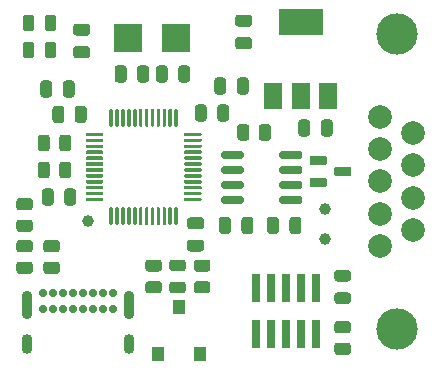
<source format=gts>
%TF.GenerationSoftware,KiCad,Pcbnew,(5.1.9)-1*%
%TF.CreationDate,2021-02-06T23:27:04-06:00*%
%TF.ProjectId,USB2CAN,55534232-4341-44e2-9e6b-696361645f70,rev?*%
%TF.SameCoordinates,Original*%
%TF.FileFunction,Soldermask,Top*%
%TF.FilePolarity,Negative*%
%FSLAX46Y46*%
G04 Gerber Fmt 4.6, Leading zero omitted, Abs format (unit mm)*
G04 Created by KiCad (PCBNEW (5.1.9)-1) date 2021-02-06 23:27:04*
%MOMM*%
%LPD*%
G01*
G04 APERTURE LIST*
%ADD10C,1.000000*%
%ADD11R,2.400000X2.400000*%
%ADD12R,0.740000X2.400000*%
%ADD13R,3.800000X2.200000*%
%ADD14R,1.500000X2.200000*%
%ADD15R,1.000000X1.300000*%
%ADD16C,3.500000*%
%ADD17C,2.000000*%
%ADD18O,0.900000X1.700000*%
%ADD19O,0.900000X2.400000*%
%ADD20C,0.700000*%
G04 APERTURE END LIST*
D10*
X155448000Y-105156000D03*
X155448000Y-107696000D03*
X135382000Y-106172000D03*
G36*
G01*
X156521999Y-114653000D02*
X157422001Y-114653000D01*
G75*
G02*
X157672000Y-114902999I0J-249999D01*
G01*
X157672000Y-115428001D01*
G75*
G02*
X157422001Y-115678000I-249999J0D01*
G01*
X156521999Y-115678000D01*
G75*
G02*
X156272000Y-115428001I0J249999D01*
G01*
X156272000Y-114902999D01*
G75*
G02*
X156521999Y-114653000I249999J0D01*
G01*
G37*
G36*
G01*
X156521999Y-116478000D02*
X157422001Y-116478000D01*
G75*
G02*
X157672000Y-116727999I0J-249999D01*
G01*
X157672000Y-117253001D01*
G75*
G02*
X157422001Y-117503000I-249999J0D01*
G01*
X156521999Y-117503000D01*
G75*
G02*
X156272000Y-117253001I0J249999D01*
G01*
X156272000Y-116727999D01*
G75*
G02*
X156521999Y-116478000I249999J0D01*
G01*
G37*
G36*
G01*
X156515750Y-112210000D02*
X157428250Y-112210000D01*
G75*
G02*
X157672000Y-112453750I0J-243750D01*
G01*
X157672000Y-112941250D01*
G75*
G02*
X157428250Y-113185000I-243750J0D01*
G01*
X156515750Y-113185000D01*
G75*
G02*
X156272000Y-112941250I0J243750D01*
G01*
X156272000Y-112453750D01*
G75*
G02*
X156515750Y-112210000I243750J0D01*
G01*
G37*
G36*
G01*
X156515750Y-110335000D02*
X157428250Y-110335000D01*
G75*
G02*
X157672000Y-110578750I0J-243750D01*
G01*
X157672000Y-111066250D01*
G75*
G02*
X157428250Y-111310000I-243750J0D01*
G01*
X156515750Y-111310000D01*
G75*
G02*
X156272000Y-111066250I0J243750D01*
G01*
X156272000Y-110578750D01*
G75*
G02*
X156515750Y-110335000I243750J0D01*
G01*
G37*
D11*
X138793000Y-90678000D03*
X142893000Y-90678000D03*
D12*
X154686000Y-111842000D03*
X154686000Y-115742000D03*
X153416000Y-111842000D03*
X153416000Y-115742000D03*
X152146000Y-111842000D03*
X152146000Y-115742000D03*
X150876000Y-111842000D03*
X150876000Y-115742000D03*
X149606000Y-111842000D03*
X149606000Y-115742000D03*
G36*
G01*
X143631800Y-98700000D02*
X144956800Y-98700000D01*
G75*
G02*
X145031800Y-98775000I0J-75000D01*
G01*
X145031800Y-98925000D01*
G75*
G02*
X144956800Y-99000000I-75000J0D01*
G01*
X143631800Y-99000000D01*
G75*
G02*
X143556800Y-98925000I0J75000D01*
G01*
X143556800Y-98775000D01*
G75*
G02*
X143631800Y-98700000I75000J0D01*
G01*
G37*
G36*
G01*
X143631800Y-99200000D02*
X144956800Y-99200000D01*
G75*
G02*
X145031800Y-99275000I0J-75000D01*
G01*
X145031800Y-99425000D01*
G75*
G02*
X144956800Y-99500000I-75000J0D01*
G01*
X143631800Y-99500000D01*
G75*
G02*
X143556800Y-99425000I0J75000D01*
G01*
X143556800Y-99275000D01*
G75*
G02*
X143631800Y-99200000I75000J0D01*
G01*
G37*
G36*
G01*
X143631800Y-99700000D02*
X144956800Y-99700000D01*
G75*
G02*
X145031800Y-99775000I0J-75000D01*
G01*
X145031800Y-99925000D01*
G75*
G02*
X144956800Y-100000000I-75000J0D01*
G01*
X143631800Y-100000000D01*
G75*
G02*
X143556800Y-99925000I0J75000D01*
G01*
X143556800Y-99775000D01*
G75*
G02*
X143631800Y-99700000I75000J0D01*
G01*
G37*
G36*
G01*
X143631800Y-100200000D02*
X144956800Y-100200000D01*
G75*
G02*
X145031800Y-100275000I0J-75000D01*
G01*
X145031800Y-100425000D01*
G75*
G02*
X144956800Y-100500000I-75000J0D01*
G01*
X143631800Y-100500000D01*
G75*
G02*
X143556800Y-100425000I0J75000D01*
G01*
X143556800Y-100275000D01*
G75*
G02*
X143631800Y-100200000I75000J0D01*
G01*
G37*
G36*
G01*
X143631800Y-100700000D02*
X144956800Y-100700000D01*
G75*
G02*
X145031800Y-100775000I0J-75000D01*
G01*
X145031800Y-100925000D01*
G75*
G02*
X144956800Y-101000000I-75000J0D01*
G01*
X143631800Y-101000000D01*
G75*
G02*
X143556800Y-100925000I0J75000D01*
G01*
X143556800Y-100775000D01*
G75*
G02*
X143631800Y-100700000I75000J0D01*
G01*
G37*
G36*
G01*
X143631800Y-101200000D02*
X144956800Y-101200000D01*
G75*
G02*
X145031800Y-101275000I0J-75000D01*
G01*
X145031800Y-101425000D01*
G75*
G02*
X144956800Y-101500000I-75000J0D01*
G01*
X143631800Y-101500000D01*
G75*
G02*
X143556800Y-101425000I0J75000D01*
G01*
X143556800Y-101275000D01*
G75*
G02*
X143631800Y-101200000I75000J0D01*
G01*
G37*
G36*
G01*
X143631800Y-101700000D02*
X144956800Y-101700000D01*
G75*
G02*
X145031800Y-101775000I0J-75000D01*
G01*
X145031800Y-101925000D01*
G75*
G02*
X144956800Y-102000000I-75000J0D01*
G01*
X143631800Y-102000000D01*
G75*
G02*
X143556800Y-101925000I0J75000D01*
G01*
X143556800Y-101775000D01*
G75*
G02*
X143631800Y-101700000I75000J0D01*
G01*
G37*
G36*
G01*
X143631800Y-102200000D02*
X144956800Y-102200000D01*
G75*
G02*
X145031800Y-102275000I0J-75000D01*
G01*
X145031800Y-102425000D01*
G75*
G02*
X144956800Y-102500000I-75000J0D01*
G01*
X143631800Y-102500000D01*
G75*
G02*
X143556800Y-102425000I0J75000D01*
G01*
X143556800Y-102275000D01*
G75*
G02*
X143631800Y-102200000I75000J0D01*
G01*
G37*
G36*
G01*
X143631800Y-102700000D02*
X144956800Y-102700000D01*
G75*
G02*
X145031800Y-102775000I0J-75000D01*
G01*
X145031800Y-102925000D01*
G75*
G02*
X144956800Y-103000000I-75000J0D01*
G01*
X143631800Y-103000000D01*
G75*
G02*
X143556800Y-102925000I0J75000D01*
G01*
X143556800Y-102775000D01*
G75*
G02*
X143631800Y-102700000I75000J0D01*
G01*
G37*
G36*
G01*
X143631800Y-103200000D02*
X144956800Y-103200000D01*
G75*
G02*
X145031800Y-103275000I0J-75000D01*
G01*
X145031800Y-103425000D01*
G75*
G02*
X144956800Y-103500000I-75000J0D01*
G01*
X143631800Y-103500000D01*
G75*
G02*
X143556800Y-103425000I0J75000D01*
G01*
X143556800Y-103275000D01*
G75*
G02*
X143631800Y-103200000I75000J0D01*
G01*
G37*
G36*
G01*
X143631800Y-103700000D02*
X144956800Y-103700000D01*
G75*
G02*
X145031800Y-103775000I0J-75000D01*
G01*
X145031800Y-103925000D01*
G75*
G02*
X144956800Y-104000000I-75000J0D01*
G01*
X143631800Y-104000000D01*
G75*
G02*
X143556800Y-103925000I0J75000D01*
G01*
X143556800Y-103775000D01*
G75*
G02*
X143631800Y-103700000I75000J0D01*
G01*
G37*
G36*
G01*
X143631800Y-104200000D02*
X144956800Y-104200000D01*
G75*
G02*
X145031800Y-104275000I0J-75000D01*
G01*
X145031800Y-104425000D01*
G75*
G02*
X144956800Y-104500000I-75000J0D01*
G01*
X143631800Y-104500000D01*
G75*
G02*
X143556800Y-104425000I0J75000D01*
G01*
X143556800Y-104275000D01*
G75*
G02*
X143631800Y-104200000I75000J0D01*
G01*
G37*
G36*
G01*
X142806800Y-105025000D02*
X142956800Y-105025000D01*
G75*
G02*
X143031800Y-105100000I0J-75000D01*
G01*
X143031800Y-106425000D01*
G75*
G02*
X142956800Y-106500000I-75000J0D01*
G01*
X142806800Y-106500000D01*
G75*
G02*
X142731800Y-106425000I0J75000D01*
G01*
X142731800Y-105100000D01*
G75*
G02*
X142806800Y-105025000I75000J0D01*
G01*
G37*
G36*
G01*
X142306800Y-105025000D02*
X142456800Y-105025000D01*
G75*
G02*
X142531800Y-105100000I0J-75000D01*
G01*
X142531800Y-106425000D01*
G75*
G02*
X142456800Y-106500000I-75000J0D01*
G01*
X142306800Y-106500000D01*
G75*
G02*
X142231800Y-106425000I0J75000D01*
G01*
X142231800Y-105100000D01*
G75*
G02*
X142306800Y-105025000I75000J0D01*
G01*
G37*
G36*
G01*
X141806800Y-105025000D02*
X141956800Y-105025000D01*
G75*
G02*
X142031800Y-105100000I0J-75000D01*
G01*
X142031800Y-106425000D01*
G75*
G02*
X141956800Y-106500000I-75000J0D01*
G01*
X141806800Y-106500000D01*
G75*
G02*
X141731800Y-106425000I0J75000D01*
G01*
X141731800Y-105100000D01*
G75*
G02*
X141806800Y-105025000I75000J0D01*
G01*
G37*
G36*
G01*
X141306800Y-105025000D02*
X141456800Y-105025000D01*
G75*
G02*
X141531800Y-105100000I0J-75000D01*
G01*
X141531800Y-106425000D01*
G75*
G02*
X141456800Y-106500000I-75000J0D01*
G01*
X141306800Y-106500000D01*
G75*
G02*
X141231800Y-106425000I0J75000D01*
G01*
X141231800Y-105100000D01*
G75*
G02*
X141306800Y-105025000I75000J0D01*
G01*
G37*
G36*
G01*
X140806800Y-105025000D02*
X140956800Y-105025000D01*
G75*
G02*
X141031800Y-105100000I0J-75000D01*
G01*
X141031800Y-106425000D01*
G75*
G02*
X140956800Y-106500000I-75000J0D01*
G01*
X140806800Y-106500000D01*
G75*
G02*
X140731800Y-106425000I0J75000D01*
G01*
X140731800Y-105100000D01*
G75*
G02*
X140806800Y-105025000I75000J0D01*
G01*
G37*
G36*
G01*
X140306800Y-105025000D02*
X140456800Y-105025000D01*
G75*
G02*
X140531800Y-105100000I0J-75000D01*
G01*
X140531800Y-106425000D01*
G75*
G02*
X140456800Y-106500000I-75000J0D01*
G01*
X140306800Y-106500000D01*
G75*
G02*
X140231800Y-106425000I0J75000D01*
G01*
X140231800Y-105100000D01*
G75*
G02*
X140306800Y-105025000I75000J0D01*
G01*
G37*
G36*
G01*
X139806800Y-105025000D02*
X139956800Y-105025000D01*
G75*
G02*
X140031800Y-105100000I0J-75000D01*
G01*
X140031800Y-106425000D01*
G75*
G02*
X139956800Y-106500000I-75000J0D01*
G01*
X139806800Y-106500000D01*
G75*
G02*
X139731800Y-106425000I0J75000D01*
G01*
X139731800Y-105100000D01*
G75*
G02*
X139806800Y-105025000I75000J0D01*
G01*
G37*
G36*
G01*
X139306800Y-105025000D02*
X139456800Y-105025000D01*
G75*
G02*
X139531800Y-105100000I0J-75000D01*
G01*
X139531800Y-106425000D01*
G75*
G02*
X139456800Y-106500000I-75000J0D01*
G01*
X139306800Y-106500000D01*
G75*
G02*
X139231800Y-106425000I0J75000D01*
G01*
X139231800Y-105100000D01*
G75*
G02*
X139306800Y-105025000I75000J0D01*
G01*
G37*
G36*
G01*
X138806800Y-105025000D02*
X138956800Y-105025000D01*
G75*
G02*
X139031800Y-105100000I0J-75000D01*
G01*
X139031800Y-106425000D01*
G75*
G02*
X138956800Y-106500000I-75000J0D01*
G01*
X138806800Y-106500000D01*
G75*
G02*
X138731800Y-106425000I0J75000D01*
G01*
X138731800Y-105100000D01*
G75*
G02*
X138806800Y-105025000I75000J0D01*
G01*
G37*
G36*
G01*
X138306800Y-105025000D02*
X138456800Y-105025000D01*
G75*
G02*
X138531800Y-105100000I0J-75000D01*
G01*
X138531800Y-106425000D01*
G75*
G02*
X138456800Y-106500000I-75000J0D01*
G01*
X138306800Y-106500000D01*
G75*
G02*
X138231800Y-106425000I0J75000D01*
G01*
X138231800Y-105100000D01*
G75*
G02*
X138306800Y-105025000I75000J0D01*
G01*
G37*
G36*
G01*
X137806800Y-105025000D02*
X137956800Y-105025000D01*
G75*
G02*
X138031800Y-105100000I0J-75000D01*
G01*
X138031800Y-106425000D01*
G75*
G02*
X137956800Y-106500000I-75000J0D01*
G01*
X137806800Y-106500000D01*
G75*
G02*
X137731800Y-106425000I0J75000D01*
G01*
X137731800Y-105100000D01*
G75*
G02*
X137806800Y-105025000I75000J0D01*
G01*
G37*
G36*
G01*
X137306800Y-105025000D02*
X137456800Y-105025000D01*
G75*
G02*
X137531800Y-105100000I0J-75000D01*
G01*
X137531800Y-106425000D01*
G75*
G02*
X137456800Y-106500000I-75000J0D01*
G01*
X137306800Y-106500000D01*
G75*
G02*
X137231800Y-106425000I0J75000D01*
G01*
X137231800Y-105100000D01*
G75*
G02*
X137306800Y-105025000I75000J0D01*
G01*
G37*
G36*
G01*
X135306800Y-104200000D02*
X136631800Y-104200000D01*
G75*
G02*
X136706800Y-104275000I0J-75000D01*
G01*
X136706800Y-104425000D01*
G75*
G02*
X136631800Y-104500000I-75000J0D01*
G01*
X135306800Y-104500000D01*
G75*
G02*
X135231800Y-104425000I0J75000D01*
G01*
X135231800Y-104275000D01*
G75*
G02*
X135306800Y-104200000I75000J0D01*
G01*
G37*
G36*
G01*
X135306800Y-103700000D02*
X136631800Y-103700000D01*
G75*
G02*
X136706800Y-103775000I0J-75000D01*
G01*
X136706800Y-103925000D01*
G75*
G02*
X136631800Y-104000000I-75000J0D01*
G01*
X135306800Y-104000000D01*
G75*
G02*
X135231800Y-103925000I0J75000D01*
G01*
X135231800Y-103775000D01*
G75*
G02*
X135306800Y-103700000I75000J0D01*
G01*
G37*
G36*
G01*
X135306800Y-103200000D02*
X136631800Y-103200000D01*
G75*
G02*
X136706800Y-103275000I0J-75000D01*
G01*
X136706800Y-103425000D01*
G75*
G02*
X136631800Y-103500000I-75000J0D01*
G01*
X135306800Y-103500000D01*
G75*
G02*
X135231800Y-103425000I0J75000D01*
G01*
X135231800Y-103275000D01*
G75*
G02*
X135306800Y-103200000I75000J0D01*
G01*
G37*
G36*
G01*
X135306800Y-102700000D02*
X136631800Y-102700000D01*
G75*
G02*
X136706800Y-102775000I0J-75000D01*
G01*
X136706800Y-102925000D01*
G75*
G02*
X136631800Y-103000000I-75000J0D01*
G01*
X135306800Y-103000000D01*
G75*
G02*
X135231800Y-102925000I0J75000D01*
G01*
X135231800Y-102775000D01*
G75*
G02*
X135306800Y-102700000I75000J0D01*
G01*
G37*
G36*
G01*
X135306800Y-102200000D02*
X136631800Y-102200000D01*
G75*
G02*
X136706800Y-102275000I0J-75000D01*
G01*
X136706800Y-102425000D01*
G75*
G02*
X136631800Y-102500000I-75000J0D01*
G01*
X135306800Y-102500000D01*
G75*
G02*
X135231800Y-102425000I0J75000D01*
G01*
X135231800Y-102275000D01*
G75*
G02*
X135306800Y-102200000I75000J0D01*
G01*
G37*
G36*
G01*
X135306800Y-101700000D02*
X136631800Y-101700000D01*
G75*
G02*
X136706800Y-101775000I0J-75000D01*
G01*
X136706800Y-101925000D01*
G75*
G02*
X136631800Y-102000000I-75000J0D01*
G01*
X135306800Y-102000000D01*
G75*
G02*
X135231800Y-101925000I0J75000D01*
G01*
X135231800Y-101775000D01*
G75*
G02*
X135306800Y-101700000I75000J0D01*
G01*
G37*
G36*
G01*
X135306800Y-101200000D02*
X136631800Y-101200000D01*
G75*
G02*
X136706800Y-101275000I0J-75000D01*
G01*
X136706800Y-101425000D01*
G75*
G02*
X136631800Y-101500000I-75000J0D01*
G01*
X135306800Y-101500000D01*
G75*
G02*
X135231800Y-101425000I0J75000D01*
G01*
X135231800Y-101275000D01*
G75*
G02*
X135306800Y-101200000I75000J0D01*
G01*
G37*
G36*
G01*
X135306800Y-100700000D02*
X136631800Y-100700000D01*
G75*
G02*
X136706800Y-100775000I0J-75000D01*
G01*
X136706800Y-100925000D01*
G75*
G02*
X136631800Y-101000000I-75000J0D01*
G01*
X135306800Y-101000000D01*
G75*
G02*
X135231800Y-100925000I0J75000D01*
G01*
X135231800Y-100775000D01*
G75*
G02*
X135306800Y-100700000I75000J0D01*
G01*
G37*
G36*
G01*
X135306800Y-100200000D02*
X136631800Y-100200000D01*
G75*
G02*
X136706800Y-100275000I0J-75000D01*
G01*
X136706800Y-100425000D01*
G75*
G02*
X136631800Y-100500000I-75000J0D01*
G01*
X135306800Y-100500000D01*
G75*
G02*
X135231800Y-100425000I0J75000D01*
G01*
X135231800Y-100275000D01*
G75*
G02*
X135306800Y-100200000I75000J0D01*
G01*
G37*
G36*
G01*
X135306800Y-99700000D02*
X136631800Y-99700000D01*
G75*
G02*
X136706800Y-99775000I0J-75000D01*
G01*
X136706800Y-99925000D01*
G75*
G02*
X136631800Y-100000000I-75000J0D01*
G01*
X135306800Y-100000000D01*
G75*
G02*
X135231800Y-99925000I0J75000D01*
G01*
X135231800Y-99775000D01*
G75*
G02*
X135306800Y-99700000I75000J0D01*
G01*
G37*
G36*
G01*
X135306800Y-99200000D02*
X136631800Y-99200000D01*
G75*
G02*
X136706800Y-99275000I0J-75000D01*
G01*
X136706800Y-99425000D01*
G75*
G02*
X136631800Y-99500000I-75000J0D01*
G01*
X135306800Y-99500000D01*
G75*
G02*
X135231800Y-99425000I0J75000D01*
G01*
X135231800Y-99275000D01*
G75*
G02*
X135306800Y-99200000I75000J0D01*
G01*
G37*
G36*
G01*
X135306800Y-98700000D02*
X136631800Y-98700000D01*
G75*
G02*
X136706800Y-98775000I0J-75000D01*
G01*
X136706800Y-98925000D01*
G75*
G02*
X136631800Y-99000000I-75000J0D01*
G01*
X135306800Y-99000000D01*
G75*
G02*
X135231800Y-98925000I0J75000D01*
G01*
X135231800Y-98775000D01*
G75*
G02*
X135306800Y-98700000I75000J0D01*
G01*
G37*
G36*
G01*
X137306800Y-96700000D02*
X137456800Y-96700000D01*
G75*
G02*
X137531800Y-96775000I0J-75000D01*
G01*
X137531800Y-98100000D01*
G75*
G02*
X137456800Y-98175000I-75000J0D01*
G01*
X137306800Y-98175000D01*
G75*
G02*
X137231800Y-98100000I0J75000D01*
G01*
X137231800Y-96775000D01*
G75*
G02*
X137306800Y-96700000I75000J0D01*
G01*
G37*
G36*
G01*
X137806800Y-96700000D02*
X137956800Y-96700000D01*
G75*
G02*
X138031800Y-96775000I0J-75000D01*
G01*
X138031800Y-98100000D01*
G75*
G02*
X137956800Y-98175000I-75000J0D01*
G01*
X137806800Y-98175000D01*
G75*
G02*
X137731800Y-98100000I0J75000D01*
G01*
X137731800Y-96775000D01*
G75*
G02*
X137806800Y-96700000I75000J0D01*
G01*
G37*
G36*
G01*
X138306800Y-96700000D02*
X138456800Y-96700000D01*
G75*
G02*
X138531800Y-96775000I0J-75000D01*
G01*
X138531800Y-98100000D01*
G75*
G02*
X138456800Y-98175000I-75000J0D01*
G01*
X138306800Y-98175000D01*
G75*
G02*
X138231800Y-98100000I0J75000D01*
G01*
X138231800Y-96775000D01*
G75*
G02*
X138306800Y-96700000I75000J0D01*
G01*
G37*
G36*
G01*
X138806800Y-96700000D02*
X138956800Y-96700000D01*
G75*
G02*
X139031800Y-96775000I0J-75000D01*
G01*
X139031800Y-98100000D01*
G75*
G02*
X138956800Y-98175000I-75000J0D01*
G01*
X138806800Y-98175000D01*
G75*
G02*
X138731800Y-98100000I0J75000D01*
G01*
X138731800Y-96775000D01*
G75*
G02*
X138806800Y-96700000I75000J0D01*
G01*
G37*
G36*
G01*
X139306800Y-96700000D02*
X139456800Y-96700000D01*
G75*
G02*
X139531800Y-96775000I0J-75000D01*
G01*
X139531800Y-98100000D01*
G75*
G02*
X139456800Y-98175000I-75000J0D01*
G01*
X139306800Y-98175000D01*
G75*
G02*
X139231800Y-98100000I0J75000D01*
G01*
X139231800Y-96775000D01*
G75*
G02*
X139306800Y-96700000I75000J0D01*
G01*
G37*
G36*
G01*
X139806800Y-96700000D02*
X139956800Y-96700000D01*
G75*
G02*
X140031800Y-96775000I0J-75000D01*
G01*
X140031800Y-98100000D01*
G75*
G02*
X139956800Y-98175000I-75000J0D01*
G01*
X139806800Y-98175000D01*
G75*
G02*
X139731800Y-98100000I0J75000D01*
G01*
X139731800Y-96775000D01*
G75*
G02*
X139806800Y-96700000I75000J0D01*
G01*
G37*
G36*
G01*
X140306800Y-96700000D02*
X140456800Y-96700000D01*
G75*
G02*
X140531800Y-96775000I0J-75000D01*
G01*
X140531800Y-98100000D01*
G75*
G02*
X140456800Y-98175000I-75000J0D01*
G01*
X140306800Y-98175000D01*
G75*
G02*
X140231800Y-98100000I0J75000D01*
G01*
X140231800Y-96775000D01*
G75*
G02*
X140306800Y-96700000I75000J0D01*
G01*
G37*
G36*
G01*
X140806800Y-96700000D02*
X140956800Y-96700000D01*
G75*
G02*
X141031800Y-96775000I0J-75000D01*
G01*
X141031800Y-98100000D01*
G75*
G02*
X140956800Y-98175000I-75000J0D01*
G01*
X140806800Y-98175000D01*
G75*
G02*
X140731800Y-98100000I0J75000D01*
G01*
X140731800Y-96775000D01*
G75*
G02*
X140806800Y-96700000I75000J0D01*
G01*
G37*
G36*
G01*
X141306800Y-96700000D02*
X141456800Y-96700000D01*
G75*
G02*
X141531800Y-96775000I0J-75000D01*
G01*
X141531800Y-98100000D01*
G75*
G02*
X141456800Y-98175000I-75000J0D01*
G01*
X141306800Y-98175000D01*
G75*
G02*
X141231800Y-98100000I0J75000D01*
G01*
X141231800Y-96775000D01*
G75*
G02*
X141306800Y-96700000I75000J0D01*
G01*
G37*
G36*
G01*
X141806800Y-96700000D02*
X141956800Y-96700000D01*
G75*
G02*
X142031800Y-96775000I0J-75000D01*
G01*
X142031800Y-98100000D01*
G75*
G02*
X141956800Y-98175000I-75000J0D01*
G01*
X141806800Y-98175000D01*
G75*
G02*
X141731800Y-98100000I0J75000D01*
G01*
X141731800Y-96775000D01*
G75*
G02*
X141806800Y-96700000I75000J0D01*
G01*
G37*
G36*
G01*
X142306800Y-96700000D02*
X142456800Y-96700000D01*
G75*
G02*
X142531800Y-96775000I0J-75000D01*
G01*
X142531800Y-98100000D01*
G75*
G02*
X142456800Y-98175000I-75000J0D01*
G01*
X142306800Y-98175000D01*
G75*
G02*
X142231800Y-98100000I0J75000D01*
G01*
X142231800Y-96775000D01*
G75*
G02*
X142306800Y-96700000I75000J0D01*
G01*
G37*
G36*
G01*
X142806800Y-96700000D02*
X142956800Y-96700000D01*
G75*
G02*
X143031800Y-96775000I0J-75000D01*
G01*
X143031800Y-98100000D01*
G75*
G02*
X142956800Y-98175000I-75000J0D01*
G01*
X142806800Y-98175000D01*
G75*
G02*
X142731800Y-98100000I0J75000D01*
G01*
X142731800Y-96775000D01*
G75*
G02*
X142806800Y-96700000I75000J0D01*
G01*
G37*
D13*
X153416000Y-89306000D03*
D14*
X151116000Y-95606000D03*
X153416000Y-95606000D03*
X155716000Y-95606000D03*
G36*
G01*
X151614000Y-100734000D02*
X151614000Y-100434000D01*
G75*
G02*
X151764000Y-100284000I150000J0D01*
G01*
X153414000Y-100284000D01*
G75*
G02*
X153564000Y-100434000I0J-150000D01*
G01*
X153564000Y-100734000D01*
G75*
G02*
X153414000Y-100884000I-150000J0D01*
G01*
X151764000Y-100884000D01*
G75*
G02*
X151614000Y-100734000I0J150000D01*
G01*
G37*
G36*
G01*
X151614000Y-102004000D02*
X151614000Y-101704000D01*
G75*
G02*
X151764000Y-101554000I150000J0D01*
G01*
X153414000Y-101554000D01*
G75*
G02*
X153564000Y-101704000I0J-150000D01*
G01*
X153564000Y-102004000D01*
G75*
G02*
X153414000Y-102154000I-150000J0D01*
G01*
X151764000Y-102154000D01*
G75*
G02*
X151614000Y-102004000I0J150000D01*
G01*
G37*
G36*
G01*
X151614000Y-103274000D02*
X151614000Y-102974000D01*
G75*
G02*
X151764000Y-102824000I150000J0D01*
G01*
X153414000Y-102824000D01*
G75*
G02*
X153564000Y-102974000I0J-150000D01*
G01*
X153564000Y-103274000D01*
G75*
G02*
X153414000Y-103424000I-150000J0D01*
G01*
X151764000Y-103424000D01*
G75*
G02*
X151614000Y-103274000I0J150000D01*
G01*
G37*
G36*
G01*
X151614000Y-104544000D02*
X151614000Y-104244000D01*
G75*
G02*
X151764000Y-104094000I150000J0D01*
G01*
X153414000Y-104094000D01*
G75*
G02*
X153564000Y-104244000I0J-150000D01*
G01*
X153564000Y-104544000D01*
G75*
G02*
X153414000Y-104694000I-150000J0D01*
G01*
X151764000Y-104694000D01*
G75*
G02*
X151614000Y-104544000I0J150000D01*
G01*
G37*
G36*
G01*
X146664000Y-104544000D02*
X146664000Y-104244000D01*
G75*
G02*
X146814000Y-104094000I150000J0D01*
G01*
X148464000Y-104094000D01*
G75*
G02*
X148614000Y-104244000I0J-150000D01*
G01*
X148614000Y-104544000D01*
G75*
G02*
X148464000Y-104694000I-150000J0D01*
G01*
X146814000Y-104694000D01*
G75*
G02*
X146664000Y-104544000I0J150000D01*
G01*
G37*
G36*
G01*
X146664000Y-103274000D02*
X146664000Y-102974000D01*
G75*
G02*
X146814000Y-102824000I150000J0D01*
G01*
X148464000Y-102824000D01*
G75*
G02*
X148614000Y-102974000I0J-150000D01*
G01*
X148614000Y-103274000D01*
G75*
G02*
X148464000Y-103424000I-150000J0D01*
G01*
X146814000Y-103424000D01*
G75*
G02*
X146664000Y-103274000I0J150000D01*
G01*
G37*
G36*
G01*
X146664000Y-102004000D02*
X146664000Y-101704000D01*
G75*
G02*
X146814000Y-101554000I150000J0D01*
G01*
X148464000Y-101554000D01*
G75*
G02*
X148614000Y-101704000I0J-150000D01*
G01*
X148614000Y-102004000D01*
G75*
G02*
X148464000Y-102154000I-150000J0D01*
G01*
X146814000Y-102154000D01*
G75*
G02*
X146664000Y-102004000I0J150000D01*
G01*
G37*
G36*
G01*
X146664000Y-100734000D02*
X146664000Y-100434000D01*
G75*
G02*
X146814000Y-100284000I150000J0D01*
G01*
X148464000Y-100284000D01*
G75*
G02*
X148614000Y-100434000I0J-150000D01*
G01*
X148614000Y-100734000D01*
G75*
G02*
X148464000Y-100884000I-150000J0D01*
G01*
X146814000Y-100884000D01*
G75*
G02*
X146664000Y-100734000I0J150000D01*
G01*
G37*
D15*
X144879000Y-117393000D03*
X143129000Y-113493000D03*
X141379000Y-117393000D03*
G36*
G01*
X145534801Y-110471000D02*
X144634799Y-110471000D01*
G75*
G02*
X144384800Y-110221001I0J249999D01*
G01*
X144384800Y-109695999D01*
G75*
G02*
X144634799Y-109446000I249999J0D01*
G01*
X145534801Y-109446000D01*
G75*
G02*
X145784800Y-109695999I0J-249999D01*
G01*
X145784800Y-110221001D01*
G75*
G02*
X145534801Y-110471000I-249999J0D01*
G01*
G37*
G36*
G01*
X145534801Y-112296000D02*
X144634799Y-112296000D01*
G75*
G02*
X144384800Y-112046001I0J249999D01*
G01*
X144384800Y-111520999D01*
G75*
G02*
X144634799Y-111271000I249999J0D01*
G01*
X145534801Y-111271000D01*
G75*
G02*
X145784800Y-111520999I0J-249999D01*
G01*
X145784800Y-112046001D01*
G75*
G02*
X145534801Y-112296000I-249999J0D01*
G01*
G37*
G36*
G01*
X131883999Y-109620000D02*
X132784001Y-109620000D01*
G75*
G02*
X133034000Y-109869999I0J-249999D01*
G01*
X133034000Y-110395001D01*
G75*
G02*
X132784001Y-110645000I-249999J0D01*
G01*
X131883999Y-110645000D01*
G75*
G02*
X131634000Y-110395001I0J249999D01*
G01*
X131634000Y-109869999D01*
G75*
G02*
X131883999Y-109620000I249999J0D01*
G01*
G37*
G36*
G01*
X131883999Y-107795000D02*
X132784001Y-107795000D01*
G75*
G02*
X133034000Y-108044999I0J-249999D01*
G01*
X133034000Y-108570001D01*
G75*
G02*
X132784001Y-108820000I-249999J0D01*
G01*
X131883999Y-108820000D01*
G75*
G02*
X131634000Y-108570001I0J249999D01*
G01*
X131634000Y-108044999D01*
G75*
G02*
X131883999Y-107795000I249999J0D01*
G01*
G37*
G36*
G01*
X141420001Y-110471000D02*
X140519999Y-110471000D01*
G75*
G02*
X140270000Y-110221001I0J249999D01*
G01*
X140270000Y-109695999D01*
G75*
G02*
X140519999Y-109446000I249999J0D01*
G01*
X141420001Y-109446000D01*
G75*
G02*
X141670000Y-109695999I0J-249999D01*
G01*
X141670000Y-110221001D01*
G75*
G02*
X141420001Y-110471000I-249999J0D01*
G01*
G37*
G36*
G01*
X141420001Y-112296000D02*
X140519999Y-112296000D01*
G75*
G02*
X140270000Y-112046001I0J249999D01*
G01*
X140270000Y-111520999D01*
G75*
G02*
X140519999Y-111271000I249999J0D01*
G01*
X141420001Y-111271000D01*
G75*
G02*
X141670000Y-111520999I0J-249999D01*
G01*
X141670000Y-112046001D01*
G75*
G02*
X141420001Y-112296000I-249999J0D01*
G01*
G37*
G36*
G01*
X130498001Y-105264000D02*
X129597999Y-105264000D01*
G75*
G02*
X129348000Y-105014001I0J249999D01*
G01*
X129348000Y-104488999D01*
G75*
G02*
X129597999Y-104239000I249999J0D01*
G01*
X130498001Y-104239000D01*
G75*
G02*
X130748000Y-104488999I0J-249999D01*
G01*
X130748000Y-105014001D01*
G75*
G02*
X130498001Y-105264000I-249999J0D01*
G01*
G37*
G36*
G01*
X130498001Y-107089000D02*
X129597999Y-107089000D01*
G75*
G02*
X129348000Y-106839001I0J249999D01*
G01*
X129348000Y-106313999D01*
G75*
G02*
X129597999Y-106064000I249999J0D01*
G01*
X130498001Y-106064000D01*
G75*
G02*
X130748000Y-106313999I0J-249999D01*
G01*
X130748000Y-106839001D01*
G75*
G02*
X130498001Y-107089000I-249999J0D01*
G01*
G37*
G36*
G01*
X129597999Y-109620000D02*
X130498001Y-109620000D01*
G75*
G02*
X130748000Y-109869999I0J-249999D01*
G01*
X130748000Y-110395001D01*
G75*
G02*
X130498001Y-110645000I-249999J0D01*
G01*
X129597999Y-110645000D01*
G75*
G02*
X129348000Y-110395001I0J249999D01*
G01*
X129348000Y-109869999D01*
G75*
G02*
X129597999Y-109620000I249999J0D01*
G01*
G37*
G36*
G01*
X129597999Y-107795000D02*
X130498001Y-107795000D01*
G75*
G02*
X130748000Y-108044999I0J-249999D01*
G01*
X130748000Y-108570001D01*
G75*
G02*
X130498001Y-108820000I-249999J0D01*
G01*
X129597999Y-108820000D01*
G75*
G02*
X129348000Y-108570001I0J249999D01*
G01*
X129348000Y-108044999D01*
G75*
G02*
X129597999Y-107795000I249999J0D01*
G01*
G37*
G36*
G01*
X132988000Y-100018001D02*
X132988000Y-99117999D01*
G75*
G02*
X133237999Y-98868000I249999J0D01*
G01*
X133763001Y-98868000D01*
G75*
G02*
X134013000Y-99117999I0J-249999D01*
G01*
X134013000Y-100018001D01*
G75*
G02*
X133763001Y-100268000I-249999J0D01*
G01*
X133237999Y-100268000D01*
G75*
G02*
X132988000Y-100018001I0J249999D01*
G01*
G37*
G36*
G01*
X131163000Y-100018001D02*
X131163000Y-99117999D01*
G75*
G02*
X131412999Y-98868000I249999J0D01*
G01*
X131938001Y-98868000D01*
G75*
G02*
X132188000Y-99117999I0J-249999D01*
G01*
X132188000Y-100018001D01*
G75*
G02*
X131938001Y-100268000I-249999J0D01*
G01*
X131412999Y-100268000D01*
G75*
G02*
X131163000Y-100018001I0J249999D01*
G01*
G37*
G36*
G01*
X132988000Y-102304001D02*
X132988000Y-101403999D01*
G75*
G02*
X133237999Y-101154000I249999J0D01*
G01*
X133763001Y-101154000D01*
G75*
G02*
X134013000Y-101403999I0J-249999D01*
G01*
X134013000Y-102304001D01*
G75*
G02*
X133763001Y-102554000I-249999J0D01*
G01*
X133237999Y-102554000D01*
G75*
G02*
X132988000Y-102304001I0J249999D01*
G01*
G37*
G36*
G01*
X131163000Y-102304001D02*
X131163000Y-101403999D01*
G75*
G02*
X131412999Y-101154000I249999J0D01*
G01*
X131938001Y-101154000D01*
G75*
G02*
X132188000Y-101403999I0J-249999D01*
G01*
X132188000Y-102304001D01*
G75*
G02*
X131938001Y-102554000I-249999J0D01*
G01*
X131412999Y-102554000D01*
G75*
G02*
X131163000Y-102304001I0J249999D01*
G01*
G37*
G36*
G01*
X149079000Y-98228999D02*
X149079000Y-99129001D01*
G75*
G02*
X148829001Y-99379000I-249999J0D01*
G01*
X148303999Y-99379000D01*
G75*
G02*
X148054000Y-99129001I0J249999D01*
G01*
X148054000Y-98228999D01*
G75*
G02*
X148303999Y-97979000I249999J0D01*
G01*
X148829001Y-97979000D01*
G75*
G02*
X149079000Y-98228999I0J-249999D01*
G01*
G37*
G36*
G01*
X150904000Y-98228999D02*
X150904000Y-99129001D01*
G75*
G02*
X150654001Y-99379000I-249999J0D01*
G01*
X150128999Y-99379000D01*
G75*
G02*
X149879000Y-99129001I0J249999D01*
G01*
X149879000Y-98228999D01*
G75*
G02*
X150128999Y-97979000I249999J0D01*
G01*
X150654001Y-97979000D01*
G75*
G02*
X150904000Y-98228999I0J-249999D01*
G01*
G37*
D16*
X161544000Y-90324200D03*
X161544000Y-115314200D03*
D17*
X160124000Y-108299200D03*
X162964000Y-106929200D03*
X160124000Y-105559200D03*
X162964000Y-104189200D03*
X160124000Y-102819200D03*
X162964000Y-101449200D03*
X160124000Y-100079200D03*
X162964000Y-98709200D03*
X160124000Y-97339200D03*
D18*
X138872000Y-116628000D03*
X130222000Y-116628000D03*
D19*
X138872000Y-113248000D03*
X130222000Y-113248000D03*
D20*
X134972000Y-113618000D03*
X137522000Y-113618000D03*
X136672000Y-113618000D03*
X135822000Y-113618000D03*
X131572000Y-113618000D03*
X133272000Y-113618000D03*
X134122000Y-113618000D03*
X132422000Y-113618000D03*
X137522000Y-112268000D03*
X136672000Y-112268000D03*
X135822000Y-112268000D03*
X134972000Y-112268000D03*
X134122000Y-112268000D03*
X133272000Y-112268000D03*
X132422000Y-112268000D03*
X131572000Y-112268000D03*
G36*
G01*
X143458250Y-110421000D02*
X142545750Y-110421000D01*
G75*
G02*
X142302000Y-110177250I0J243750D01*
G01*
X142302000Y-109689750D01*
G75*
G02*
X142545750Y-109446000I243750J0D01*
G01*
X143458250Y-109446000D01*
G75*
G02*
X143702000Y-109689750I0J-243750D01*
G01*
X143702000Y-110177250D01*
G75*
G02*
X143458250Y-110421000I-243750J0D01*
G01*
G37*
G36*
G01*
X143458250Y-112296000D02*
X142545750Y-112296000D01*
G75*
G02*
X142302000Y-112052250I0J243750D01*
G01*
X142302000Y-111564750D01*
G75*
G02*
X142545750Y-111321000I243750J0D01*
G01*
X143458250Y-111321000D01*
G75*
G02*
X143702000Y-111564750I0J-243750D01*
G01*
X143702000Y-112052250D01*
G75*
G02*
X143458250Y-112296000I-243750J0D01*
G01*
G37*
G36*
G01*
X154186000Y-101331000D02*
X154186000Y-100731000D01*
G75*
G02*
X154256000Y-100661000I70000J0D01*
G01*
X155556000Y-100661000D01*
G75*
G02*
X155626000Y-100731000I0J-70000D01*
G01*
X155626000Y-101331000D01*
G75*
G02*
X155556000Y-101401000I-70000J0D01*
G01*
X154256000Y-101401000D01*
G75*
G02*
X154186000Y-101331000I0J70000D01*
G01*
G37*
G36*
G01*
X154186000Y-103231000D02*
X154186000Y-102631000D01*
G75*
G02*
X154256000Y-102561000I70000J0D01*
G01*
X155556000Y-102561000D01*
G75*
G02*
X155626000Y-102631000I0J-70000D01*
G01*
X155626000Y-103231000D01*
G75*
G02*
X155556000Y-103301000I-70000J0D01*
G01*
X154256000Y-103301000D01*
G75*
G02*
X154186000Y-103231000I0J70000D01*
G01*
G37*
G36*
G01*
X156286000Y-102281000D02*
X156286000Y-101681000D01*
G75*
G02*
X156356000Y-101611000I70000J0D01*
G01*
X157656000Y-101611000D01*
G75*
G02*
X157726000Y-101681000I0J-70000D01*
G01*
X157726000Y-102281000D01*
G75*
G02*
X157656000Y-102351000I-70000J0D01*
G01*
X156356000Y-102351000D01*
G75*
G02*
X156286000Y-102281000I0J70000D01*
G01*
G37*
G36*
G01*
X130868000Y-88951750D02*
X130868000Y-89864250D01*
G75*
G02*
X130624250Y-90108000I-243750J0D01*
G01*
X130136750Y-90108000D01*
G75*
G02*
X129893000Y-89864250I0J243750D01*
G01*
X129893000Y-88951750D01*
G75*
G02*
X130136750Y-88708000I243750J0D01*
G01*
X130624250Y-88708000D01*
G75*
G02*
X130868000Y-88951750I0J-243750D01*
G01*
G37*
G36*
G01*
X132743000Y-88951750D02*
X132743000Y-89864250D01*
G75*
G02*
X132499250Y-90108000I-243750J0D01*
G01*
X132011750Y-90108000D01*
G75*
G02*
X131768000Y-89864250I0J243750D01*
G01*
X131768000Y-88951750D01*
G75*
G02*
X132011750Y-88708000I243750J0D01*
G01*
X132499250Y-88708000D01*
G75*
G02*
X132743000Y-88951750I0J-243750D01*
G01*
G37*
G36*
G01*
X130868000Y-91237750D02*
X130868000Y-92150250D01*
G75*
G02*
X130624250Y-92394000I-243750J0D01*
G01*
X130136750Y-92394000D01*
G75*
G02*
X129893000Y-92150250I0J243750D01*
G01*
X129893000Y-91237750D01*
G75*
G02*
X130136750Y-90994000I243750J0D01*
G01*
X130624250Y-90994000D01*
G75*
G02*
X130868000Y-91237750I0J-243750D01*
G01*
G37*
G36*
G01*
X132743000Y-91237750D02*
X132743000Y-92150250D01*
G75*
G02*
X132499250Y-92394000I-243750J0D01*
G01*
X132011750Y-92394000D01*
G75*
G02*
X131768000Y-92150250I0J243750D01*
G01*
X131768000Y-91237750D01*
G75*
G02*
X132011750Y-90994000I243750J0D01*
G01*
X132499250Y-90994000D01*
G75*
G02*
X132743000Y-91237750I0J-243750D01*
G01*
G37*
G36*
G01*
X132392000Y-94521000D02*
X132392000Y-95471000D01*
G75*
G02*
X132142000Y-95721000I-250000J0D01*
G01*
X131642000Y-95721000D01*
G75*
G02*
X131392000Y-95471000I0J250000D01*
G01*
X131392000Y-94521000D01*
G75*
G02*
X131642000Y-94271000I250000J0D01*
G01*
X132142000Y-94271000D01*
G75*
G02*
X132392000Y-94521000I0J-250000D01*
G01*
G37*
G36*
G01*
X134292000Y-94521000D02*
X134292000Y-95471000D01*
G75*
G02*
X134042000Y-95721000I-250000J0D01*
G01*
X133542000Y-95721000D01*
G75*
G02*
X133292000Y-95471000I0J250000D01*
G01*
X133292000Y-94521000D01*
G75*
G02*
X133542000Y-94271000I250000J0D01*
G01*
X134042000Y-94271000D01*
G75*
G02*
X134292000Y-94521000I0J-250000D01*
G01*
G37*
G36*
G01*
X133408000Y-96680000D02*
X133408000Y-97630000D01*
G75*
G02*
X133158000Y-97880000I-250000J0D01*
G01*
X132658000Y-97880000D01*
G75*
G02*
X132408000Y-97630000I0J250000D01*
G01*
X132408000Y-96680000D01*
G75*
G02*
X132658000Y-96430000I250000J0D01*
G01*
X133158000Y-96430000D01*
G75*
G02*
X133408000Y-96680000I0J-250000D01*
G01*
G37*
G36*
G01*
X135308000Y-96680000D02*
X135308000Y-97630000D01*
G75*
G02*
X135058000Y-97880000I-250000J0D01*
G01*
X134558000Y-97880000D01*
G75*
G02*
X134308000Y-97630000I0J250000D01*
G01*
X134308000Y-96680000D01*
G75*
G02*
X134558000Y-96430000I250000J0D01*
G01*
X135058000Y-96430000D01*
G75*
G02*
X135308000Y-96680000I0J-250000D01*
G01*
G37*
G36*
G01*
X148024000Y-95217000D02*
X148024000Y-94267000D01*
G75*
G02*
X148274000Y-94017000I250000J0D01*
G01*
X148774000Y-94017000D01*
G75*
G02*
X149024000Y-94267000I0J-250000D01*
G01*
X149024000Y-95217000D01*
G75*
G02*
X148774000Y-95467000I-250000J0D01*
G01*
X148274000Y-95467000D01*
G75*
G02*
X148024000Y-95217000I0J250000D01*
G01*
G37*
G36*
G01*
X146124000Y-95217000D02*
X146124000Y-94267000D01*
G75*
G02*
X146374000Y-94017000I250000J0D01*
G01*
X146874000Y-94017000D01*
G75*
G02*
X147124000Y-94267000I0J-250000D01*
G01*
X147124000Y-95217000D01*
G75*
G02*
X146874000Y-95467000I-250000J0D01*
G01*
X146374000Y-95467000D01*
G75*
G02*
X146124000Y-95217000I0J250000D01*
G01*
G37*
G36*
G01*
X146373000Y-97503000D02*
X146373000Y-96553000D01*
G75*
G02*
X146623000Y-96303000I250000J0D01*
G01*
X147123000Y-96303000D01*
G75*
G02*
X147373000Y-96553000I0J-250000D01*
G01*
X147373000Y-97503000D01*
G75*
G02*
X147123000Y-97753000I-250000J0D01*
G01*
X146623000Y-97753000D01*
G75*
G02*
X146373000Y-97503000I0J250000D01*
G01*
G37*
G36*
G01*
X144473000Y-97503000D02*
X144473000Y-96553000D01*
G75*
G02*
X144723000Y-96303000I250000J0D01*
G01*
X145223000Y-96303000D01*
G75*
G02*
X145473000Y-96553000I0J-250000D01*
G01*
X145473000Y-97503000D01*
G75*
G02*
X145223000Y-97753000I-250000J0D01*
G01*
X144723000Y-97753000D01*
G75*
G02*
X144473000Y-97503000I0J250000D01*
G01*
G37*
G36*
G01*
X144051000Y-105865000D02*
X145001000Y-105865000D01*
G75*
G02*
X145251000Y-106115000I0J-250000D01*
G01*
X145251000Y-106615000D01*
G75*
G02*
X145001000Y-106865000I-250000J0D01*
G01*
X144051000Y-106865000D01*
G75*
G02*
X143801000Y-106615000I0J250000D01*
G01*
X143801000Y-106115000D01*
G75*
G02*
X144051000Y-105865000I250000J0D01*
G01*
G37*
G36*
G01*
X144051000Y-107765000D02*
X145001000Y-107765000D01*
G75*
G02*
X145251000Y-108015000I0J-250000D01*
G01*
X145251000Y-108515000D01*
G75*
G02*
X145001000Y-108765000I-250000J0D01*
G01*
X144051000Y-108765000D01*
G75*
G02*
X143801000Y-108515000I0J250000D01*
G01*
X143801000Y-108015000D01*
G75*
G02*
X144051000Y-107765000I250000J0D01*
G01*
G37*
G36*
G01*
X132519000Y-103665000D02*
X132519000Y-104615000D01*
G75*
G02*
X132269000Y-104865000I-250000J0D01*
G01*
X131769000Y-104865000D01*
G75*
G02*
X131519000Y-104615000I0J250000D01*
G01*
X131519000Y-103665000D01*
G75*
G02*
X131769000Y-103415000I250000J0D01*
G01*
X132269000Y-103415000D01*
G75*
G02*
X132519000Y-103665000I0J-250000D01*
G01*
G37*
G36*
G01*
X134419000Y-103665000D02*
X134419000Y-104615000D01*
G75*
G02*
X134169000Y-104865000I-250000J0D01*
G01*
X133669000Y-104865000D01*
G75*
G02*
X133419000Y-104615000I0J250000D01*
G01*
X133419000Y-103665000D01*
G75*
G02*
X133669000Y-103415000I250000J0D01*
G01*
X134169000Y-103415000D01*
G75*
G02*
X134419000Y-103665000I0J-250000D01*
G01*
G37*
G36*
G01*
X138681000Y-93251000D02*
X138681000Y-94201000D01*
G75*
G02*
X138431000Y-94451000I-250000J0D01*
G01*
X137931000Y-94451000D01*
G75*
G02*
X137681000Y-94201000I0J250000D01*
G01*
X137681000Y-93251000D01*
G75*
G02*
X137931000Y-93001000I250000J0D01*
G01*
X138431000Y-93001000D01*
G75*
G02*
X138681000Y-93251000I0J-250000D01*
G01*
G37*
G36*
G01*
X140581000Y-93251000D02*
X140581000Y-94201000D01*
G75*
G02*
X140331000Y-94451000I-250000J0D01*
G01*
X139831000Y-94451000D01*
G75*
G02*
X139581000Y-94201000I0J250000D01*
G01*
X139581000Y-93251000D01*
G75*
G02*
X139831000Y-93001000I250000J0D01*
G01*
X140331000Y-93001000D01*
G75*
G02*
X140581000Y-93251000I0J-250000D01*
G01*
G37*
G36*
G01*
X143071000Y-94201000D02*
X143071000Y-93251000D01*
G75*
G02*
X143321000Y-93001000I250000J0D01*
G01*
X143821000Y-93001000D01*
G75*
G02*
X144071000Y-93251000I0J-250000D01*
G01*
X144071000Y-94201000D01*
G75*
G02*
X143821000Y-94451000I-250000J0D01*
G01*
X143321000Y-94451000D01*
G75*
G02*
X143071000Y-94201000I0J250000D01*
G01*
G37*
G36*
G01*
X141171000Y-94201000D02*
X141171000Y-93251000D01*
G75*
G02*
X141421000Y-93001000I250000J0D01*
G01*
X141921000Y-93001000D01*
G75*
G02*
X142171000Y-93251000I0J-250000D01*
G01*
X142171000Y-94201000D01*
G75*
G02*
X141921000Y-94451000I-250000J0D01*
G01*
X141421000Y-94451000D01*
G75*
G02*
X141171000Y-94201000I0J250000D01*
G01*
G37*
G36*
G01*
X148115000Y-88720000D02*
X149065000Y-88720000D01*
G75*
G02*
X149315000Y-88970000I0J-250000D01*
G01*
X149315000Y-89470000D01*
G75*
G02*
X149065000Y-89720000I-250000J0D01*
G01*
X148115000Y-89720000D01*
G75*
G02*
X147865000Y-89470000I0J250000D01*
G01*
X147865000Y-88970000D01*
G75*
G02*
X148115000Y-88720000I250000J0D01*
G01*
G37*
G36*
G01*
X148115000Y-90620000D02*
X149065000Y-90620000D01*
G75*
G02*
X149315000Y-90870000I0J-250000D01*
G01*
X149315000Y-91370000D01*
G75*
G02*
X149065000Y-91620000I-250000J0D01*
G01*
X148115000Y-91620000D01*
G75*
G02*
X147865000Y-91370000I0J250000D01*
G01*
X147865000Y-90870000D01*
G75*
G02*
X148115000Y-90620000I250000J0D01*
G01*
G37*
G36*
G01*
X135349000Y-90482000D02*
X134399000Y-90482000D01*
G75*
G02*
X134149000Y-90232000I0J250000D01*
G01*
X134149000Y-89732000D01*
G75*
G02*
X134399000Y-89482000I250000J0D01*
G01*
X135349000Y-89482000D01*
G75*
G02*
X135599000Y-89732000I0J-250000D01*
G01*
X135599000Y-90232000D01*
G75*
G02*
X135349000Y-90482000I-250000J0D01*
G01*
G37*
G36*
G01*
X135349000Y-92382000D02*
X134399000Y-92382000D01*
G75*
G02*
X134149000Y-92132000I0J250000D01*
G01*
X134149000Y-91632000D01*
G75*
G02*
X134399000Y-91382000I250000J0D01*
G01*
X135349000Y-91382000D01*
G75*
G02*
X135599000Y-91632000I0J-250000D01*
G01*
X135599000Y-92132000D01*
G75*
G02*
X135349000Y-92382000I-250000J0D01*
G01*
G37*
G36*
G01*
X156136000Y-97823000D02*
X156136000Y-98773000D01*
G75*
G02*
X155886000Y-99023000I-250000J0D01*
G01*
X155386000Y-99023000D01*
G75*
G02*
X155136000Y-98773000I0J250000D01*
G01*
X155136000Y-97823000D01*
G75*
G02*
X155386000Y-97573000I250000J0D01*
G01*
X155886000Y-97573000D01*
G75*
G02*
X156136000Y-97823000I0J-250000D01*
G01*
G37*
G36*
G01*
X154236000Y-97823000D02*
X154236000Y-98773000D01*
G75*
G02*
X153986000Y-99023000I-250000J0D01*
G01*
X153486000Y-99023000D01*
G75*
G02*
X153236000Y-98773000I0J250000D01*
G01*
X153236000Y-97823000D01*
G75*
G02*
X153486000Y-97573000I250000J0D01*
G01*
X153986000Y-97573000D01*
G75*
G02*
X154236000Y-97823000I0J-250000D01*
G01*
G37*
G36*
G01*
X152469000Y-107028000D02*
X152469000Y-106078000D01*
G75*
G02*
X152719000Y-105828000I250000J0D01*
G01*
X153219000Y-105828000D01*
G75*
G02*
X153469000Y-106078000I0J-250000D01*
G01*
X153469000Y-107028000D01*
G75*
G02*
X153219000Y-107278000I-250000J0D01*
G01*
X152719000Y-107278000D01*
G75*
G02*
X152469000Y-107028000I0J250000D01*
G01*
G37*
G36*
G01*
X150569000Y-107028000D02*
X150569000Y-106078000D01*
G75*
G02*
X150819000Y-105828000I250000J0D01*
G01*
X151319000Y-105828000D01*
G75*
G02*
X151569000Y-106078000I0J-250000D01*
G01*
X151569000Y-107028000D01*
G75*
G02*
X151319000Y-107278000I-250000J0D01*
G01*
X150819000Y-107278000D01*
G75*
G02*
X150569000Y-107028000I0J250000D01*
G01*
G37*
G36*
G01*
X147505000Y-106078000D02*
X147505000Y-107028000D01*
G75*
G02*
X147255000Y-107278000I-250000J0D01*
G01*
X146755000Y-107278000D01*
G75*
G02*
X146505000Y-107028000I0J250000D01*
G01*
X146505000Y-106078000D01*
G75*
G02*
X146755000Y-105828000I250000J0D01*
G01*
X147255000Y-105828000D01*
G75*
G02*
X147505000Y-106078000I0J-250000D01*
G01*
G37*
G36*
G01*
X149405000Y-106078000D02*
X149405000Y-107028000D01*
G75*
G02*
X149155000Y-107278000I-250000J0D01*
G01*
X148655000Y-107278000D01*
G75*
G02*
X148405000Y-107028000I0J250000D01*
G01*
X148405000Y-106078000D01*
G75*
G02*
X148655000Y-105828000I250000J0D01*
G01*
X149155000Y-105828000D01*
G75*
G02*
X149405000Y-106078000I0J-250000D01*
G01*
G37*
M02*

</source>
